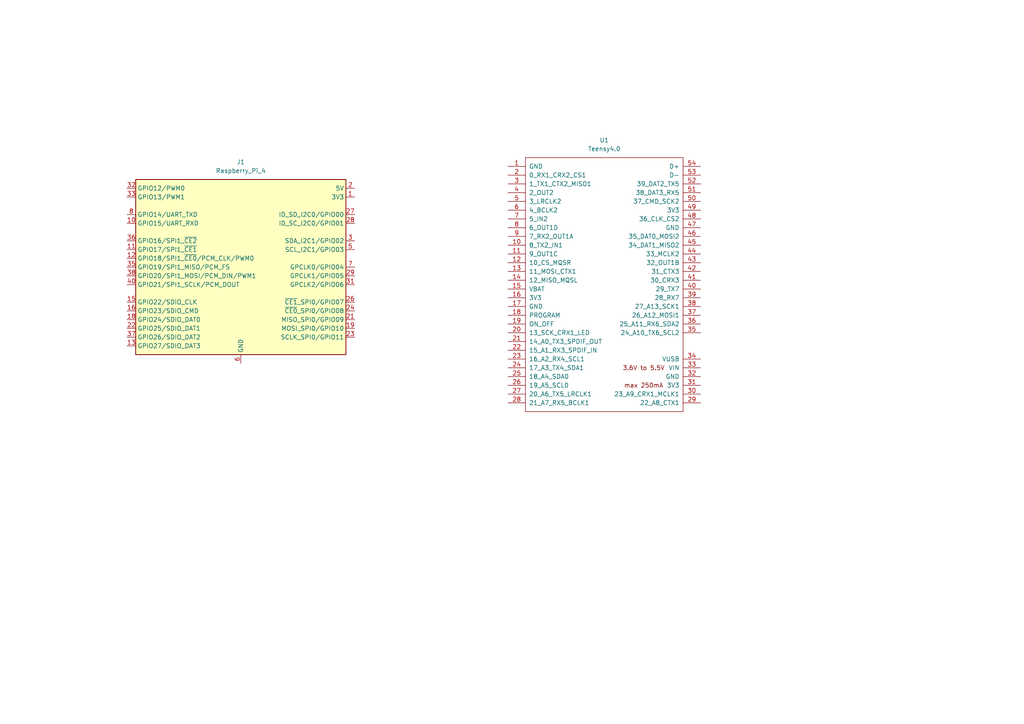
<source format=kicad_sch>
(kicad_sch (version 20250114) (generator "eeschema") (generator_version "9.0")
  (paper "A4")
  (lib_symbols
    (symbol "Connector:Raspberry_Pi_4"
      (property "Reference" "J" (at -17.526 48.768 0))
      (property "Value" "Raspberry_Pi_4" (at 15.748 -26.416 0))
      (symbol "Raspberry_Pi_4_0_1"
        (rectangle (start -30.48 25.4) (end 30.48 -25.4) (stroke (width 0.254)) (fill (type background)))
      )
      (symbol "Raspberry_Pi_4_1_1"
        (pin bidirectional line (at -33.02 22.86 0) (length 2.54) (name "GPIO12/PWM0") (number "32"))
        (pin bidirectional line (at -33.02 20.32 0) (length 2.54) (name "GPIO13/PWM1") (number "33"))
        (pin bidirectional line (at -33.02 15.24 0) (length 2.54) (name "GPIO14/UART_TXD") (number "8"))
        (pin bidirectional line (at -33.02 12.7 0) (length 2.54) (name "GPIO15/UART_RXD") (number "10"))
        (pin bidirectional line (at -33.02 7.62 0) (length 2.54) (name "GPIO16/SPI1_~{CE2}") (number "36"))
        (pin bidirectional line (at -33.02 5.08 0) (length 2.54) (name "GPIO17/SPI1_~{CE1}") (number "11"))
        (pin bidirectional line (at -33.02 2.54 0) (length 2.54) (name "GPIO18/SPI1_~{CE0}/PCM_CLK/PWM0") (number "12"))
        (pin bidirectional line (at -33.02 0 0) (length 2.54) (name "GPIO19/SPI1_MISO/PCM_FS") (number "35"))
        (pin bidirectional line (at -33.02 -2.54 0) (length 2.54) (name "GPIO20/SPI1_MOSI/PCM_DIN/PWM1") (number "38"))
        (pin bidirectional line (at -33.02 -5.08 0) (length 2.54) (name "GPIO21/SPI1_SCLK/PCM_DOUT") (number "40"))
        (pin bidirectional line (at -33.02 -10.16 0) (length 2.54) (name "GPIO22/SDIO_CLK") (number "15"))
        (pin bidirectional line (at -33.02 -12.7 0) (length 2.54) (name "GPIO23/SDIO_CMD") (number "16"))
        (pin bidirectional line (at -33.02 -15.24 0) (length 2.54) (name "GPIO24/SDIO_DAT0") (number "18"))
        (pin bidirectional line (at -33.02 -17.78 0) (length 2.54) (name "GPIO25/SDIO_DAT1") (number "22"))
        (pin bidirectional line (at -33.02 -20.32 0) (length 2.54) (name "GPIO26/SDIO_DAT2") (number "37"))
        (pin bidirectional line (at -33.02 -22.86 0) (length 2.54) (name "GPIO27/SDIO_DAT3") (number "13"))
        (pin passive line (at 0 -27.94 90) (length 2.54) (hide yes) (name "GND") (number "14"))
        (pin passive line (at 0 -27.94 90) (length 2.54) (hide yes) (name "GND") (number "20"))
        (pin passive line (at 0 -27.94 90) (length 2.54) (hide yes) (name "GND") (number "25"))
        (pin passive line (at 0 -27.94 90) (length 2.54) (hide yes) (name "GND") (number "30"))
        (pin passive line (at 0 -27.94 90) (length 2.54) (hide yes) (name "GND") (number "34"))
        (pin passive line (at 0 -27.94 90) (length 2.54) (hide yes) (name "GND") (number "39"))
        (pin power_out line (at 0 -27.94 90) (length 2.54) (name "GND") (number "6"))
        (pin passive line (at 0 -27.94 90) (length 2.54) (hide yes) (name "GND") (number "9"))
        (pin power_out line (at 33.02 22.86 180) (length 2.54) (name "5V") (number "2"))
        (pin passive line (at 33.02 22.86 180) (length 2.54) (hide yes) (name "5V") (number "4"))
        (pin power_out line (at 33.02 20.32 180) (length 2.54) (name "3V3") (number "1"))
        (pin passive line (at 33.02 20.32 180) (length 2.54) (hide yes) (name "3V3") (number "17"))
        (pin bidirectional line (at 33.02 15.24 180) (length 2.54) (name "ID_SD_I2C0/GPIO00") (number "27"))
        (pin bidirectional line (at 33.02 12.7 180) (length 2.54) (name "ID_SC_I2C0/GPIO01") (number "28"))
        (pin bidirectional line (at 33.02 7.62 180) (length 2.54) (name "SDA_I2C1/GPIO02") (number "3"))
        (pin bidirectional line (at 33.02 5.08 180) (length 2.54) (name "SCL_I2C1/GPIO03") (number "5"))
        (pin bidirectional line (at 33.02 0 180) (length 2.54) (name "GPCLK0/GPIO04") (number "7"))
        (pin bidirectional line (at 33.02 -2.54 180) (length 2.54) (name "GPCLK1/GPIO05") (number "29"))
        (pin bidirectional line (at 33.02 -5.08 180) (length 2.54) (name "GPCLK2/GPIO06") (number "31"))
        (pin bidirectional line (at 33.02 -10.16 180) (length 2.54) (name "~{CE1}_SPI0/GPIO07") (number "26"))
        (pin bidirectional line (at 33.02 -12.7 180) (length 2.54) (name "~{CE0}_SPI0/GPIO08") (number "24"))
        (pin bidirectional line (at 33.02 -15.24 180) (length 2.54) (name "MISO_SPI0/GPIO09") (number "21"))
        (pin bidirectional line (at 33.02 -17.78 180) (length 2.54) (name "MOSI_SPI0/GPIO10") (number "19"))
        (pin bidirectional line (at 33.02 -20.32 180) (length 2.54) (name "SCLK_SPI0/GPIO11") (number "23"))
      )
    )
    (symbol "teensy:Teensy4.0" (pin_names (offset 1.016))
      (property "Reference" "U" (at 0 39.37 0))
      (property "Value" "Teensy4.0" (at 0 -39.37 0))
      (symbol "Teensy4.0_0_0"
        (text "3.6V to 5.5V" (at 11.43 -24.13 0) (effects (font (size 1.27 1.27))))
        (text "max 250mA" (at 11.43 -29.21 0) (effects (font (size 1.27 1.27))))
        (pin bidirectional line (at -27.94 24.13 0) (length 5.08) (name "3_LRCLK2") (number "5"))
        (pin bidirectional line (at -27.94 21.59 0) (length 5.08) (name "4_BCLK2") (number "6"))
        (pin bidirectional line (at -27.94 19.05 0) (length 5.08) (name "5_IN2") (number "7"))
        (pin bidirectional line (at -27.94 16.51 0) (length 5.08) (name "6_OUT1D") (number "8"))
        (pin bidirectional line (at -27.94 13.97 0) (length 5.08) (name "7_RX2_OUT1A") (number "9"))
        (pin bidirectional line (at -27.94 11.43 0) (length 5.08) (name "8_TX2_IN1") (number "10"))
        (pin bidirectional line (at -27.94 8.89 0) (length 5.08) (name "9_OUT1C") (number "11"))
        (pin bidirectional line (at -27.94 6.35 0) (length 5.08) (name "10_CS_MQSR") (number "12"))
        (pin bidirectional line (at -27.94 3.81 0) (length 5.08) (name "11_MOSI_CTX1") (number "13"))
        (pin bidirectional line (at -27.94 1.27 0) (length 5.08) (name "12_MISO_MQSL") (number "14"))
        (pin power_in line (at -27.94 -1.27 0) (length 5.08) (name "VBAT") (number "15"))
        (pin power_in line (at -27.94 -3.81 0) (length 5.08) (name "3V3") (number "16"))
        (pin power_in line (at -27.94 -6.35 0) (length 5.08) (name "GND") (number "17"))
        (pin input line (at -27.94 -8.89 0) (length 5.08) (name "PROGRAM") (number "18"))
        (pin input line (at -27.94 -11.43 0) (length 5.08) (name "ON_OFF") (number "19"))
        (pin bidirectional line (at -27.94 -13.97 0) (length 5.08) (name "13_SCK_CRX1_LED") (number "20"))
        (pin bidirectional line (at -27.94 -16.51 0) (length 5.08) (name "14_A0_TX3_SPDIF_OUT") (number "21"))
        (pin bidirectional line (at -27.94 -19.05 0) (length 5.08) (name "15_A1_RX3_SPDIF_IN") (number "22"))
        (pin bidirectional line (at -27.94 -21.59 0) (length 5.08) (name "16_A2_RX4_SCL1") (number "23"))
        (pin bidirectional line (at -27.94 -24.13 0) (length 5.08) (name "17_A3_TX4_SDA1") (number "24"))
        (pin bidirectional line (at -27.94 -26.67 0) (length 5.08) (name "18_A4_SDA0") (number "25"))
        (pin bidirectional line (at -27.94 -29.21 0) (length 5.08) (name "19_A5_SCL0") (number "26"))
        (pin bidirectional line (at -27.94 -31.75 0) (length 5.08) (name "20_A6_TX5_LRCLK1") (number "27"))
        (pin bidirectional line (at -27.94 -34.29 0) (length 5.08) (name "21_A7_RX5_BCLK1") (number "28"))
        (pin bidirectional line (at 27.94 34.29 180) (length 5.08) (name "D+") (number "54"))
        (pin bidirectional line (at 27.94 31.75 180) (length 5.08) (name "D-") (number "53"))
        (pin bidirectional line (at 27.94 29.21 180) (length 5.08) (name "39_DAT2_TX5") (number "52"))
        (pin bidirectional line (at 27.94 26.67 180) (length 5.08) (name "38_DAT3_RX5") (number "51"))
        (pin bidirectional line (at 27.94 24.13 180) (length 5.08) (name "37_CMD_SCK2") (number "50"))
        (pin power_out line (at 27.94 21.59 180) (length 5.08) (name "3V3") (number "49"))
        (pin bidirectional line (at 27.94 19.05 180) (length 5.08) (name "36_CLK_CS2") (number "48"))
        (pin power_out line (at 27.94 16.51 180) (length 5.08) (name "GND") (number "47"))
        (pin bidirectional line (at 27.94 13.97 180) (length 5.08) (name "35_DAT0_MOSI2") (number "46"))
        (pin bidirectional line (at 27.94 11.43 180) (length 5.08) (name "34_DAT1_MISO2") (number "45"))
        (pin bidirectional line (at 27.94 8.89 180) (length 5.08) (name "33_MCLK2") (number "44"))
        (pin bidirectional line (at 27.94 6.35 180) (length 5.08) (name "32_OUT1B") (number "43"))
        (pin bidirectional line (at 27.94 3.81 180) (length 5.08) (name "31_CTX3") (number "42"))
        (pin bidirectional line (at 27.94 1.27 180) (length 5.08) (name "30_CRX3") (number "41"))
        (pin bidirectional line (at 27.94 -1.27 180) (length 5.08) (name "29_TX7") (number "40"))
        (pin bidirectional line (at 27.94 -3.81 180) (length 5.08) (name "28_RX7") (number "39"))
        (pin bidirectional line (at 27.94 -6.35 180) (length 5.08) (name "27_A13_SCK1") (number "38"))
        (pin bidirectional line (at 27.94 -8.89 180) (length 5.08) (name "26_A12_MOSI1") (number "37"))
        (pin bidirectional line (at 27.94 -11.43 180) (length 5.08) (name "25_A11_RX6_SDA2") (number "36"))
        (pin bidirectional line (at 27.94 -13.97 180) (length 5.08) (name "24_A10_TX6_SCL2") (number "35"))
        (pin power_out line (at 27.94 -21.59 180) (length 5.08) (name "VUSB") (number "34"))
        (pin power_in line (at 27.94 -24.13 180) (length 5.08) (name "VIN") (number "33"))
        (pin power_in line (at 27.94 -26.67 180) (length 5.08) (name "GND") (number "32"))
        (pin power_out line (at 27.94 -29.21 180) (length 5.08) (name "3V3") (number "31"))
        (pin bidirectional line (at 27.94 -31.75 180) (length 5.08) (name "23_A9_CRX1_MCLK1") (number "30"))
        (pin bidirectional line (at 27.94 -34.29 180) (length 5.08) (name "22_A8_CTX1") (number "29"))
      )
      (symbol "Teensy4.0_0_1"
        (rectangle (start -22.86 36.83) (end 22.86 -36.83))
        (rectangle (start -20.32 -31.75) (end -20.32 -31.75))
      )
      (symbol "Teensy4.0_1_1"
        (pin power_in line (at -27.94 34.29 0) (length 5.08) (name "GND") (number "1"))
        (pin bidirectional line (at -27.94 31.75 0) (length 5.08) (name "0_RX1_CRX2_CS1") (number "2"))
        (pin bidirectional line (at -27.94 29.21 0) (length 5.08) (name "1_TX1_CTX2_MISO1") (number "3"))
        (pin bidirectional line (at -27.94 26.67 0) (length 5.08) (name "2_OUT2") (number "4"))
      )
    )
  )
  (symbol (lib_id "Connector:Raspberry_Pi_4") (at 69.85 77.47 0) (unit 1)
    (property "Reference" "J1" (at 69.85 46.99 0))
    (property "Value" "Raspberry_Pi_4" (at 69.85 49.53 0))
    (property "Datasheet" "https://datasheets.raspberrypi.com/rpi4/raspberry-pi-4-datasheet.pdf" (effects (hide yes)))
    (property "Description" "Raspberry Pi 4 Model B" (effects (hide yes)))
  )
  (symbol (lib_id "teensy:Teensy4.0") (at 175.26 82.55 0) (unit 1)
    (property "Reference" "U1" (at 175.26 40.64 0))
    (property "Value" "Teensy4.0" (at 175.26 43.18 0))
  )
)
</source>
